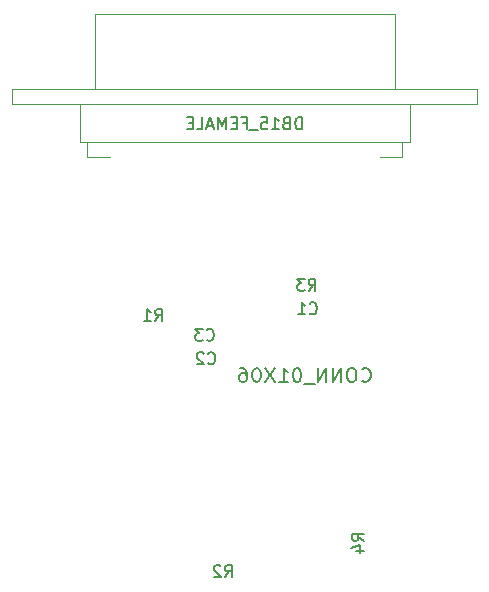
<source format=gbr>
G04 #@! TF.GenerationSoftware,KiCad,Pcbnew,no-vcs-found-bf44d39~61~ubuntu16.04.1*
G04 #@! TF.CreationDate,2018-01-04T16:51:09+01:00*
G04 #@! TF.ProjectId,arcade_adapter,6172636164655F616461707465722E6B,rev?*
G04 #@! TF.SameCoordinates,Original*
G04 #@! TF.FileFunction,Other,Fab,Bot*
%FSLAX46Y46*%
G04 Gerber Fmt 4.6, Leading zero omitted, Abs format (unit mm)*
G04 Created by KiCad (PCBNEW no-vcs-found-bf44d39~61~ubuntu16.04.1) date Thu Jan  4 16:51:09 2018*
%MOMM*%
%LPD*%
G01*
G04 APERTURE LIST*
%ADD10C,0.100000*%
%ADD11C,0.150000*%
G04 APERTURE END LIST*
D10*
X114190000Y-49040000D02*
X114190000Y-42680000D01*
X114190000Y-42680000D02*
X88790000Y-42680000D01*
X88790000Y-42680000D02*
X88790000Y-49040000D01*
X115460000Y-50310000D02*
X121180000Y-50310000D01*
X121180000Y-50310000D02*
X121180000Y-49040000D01*
X121180000Y-49040000D02*
X81810000Y-49040000D01*
X81810000Y-49040000D02*
X81810000Y-50310000D01*
X81810000Y-50310000D02*
X87520000Y-50310000D01*
X114830000Y-53480000D02*
X115460000Y-53480000D01*
X115460000Y-53480000D02*
X115460000Y-50310000D01*
X115460000Y-50310000D02*
X87520000Y-50310000D01*
X87520000Y-50310000D02*
X87520000Y-53480000D01*
X87520000Y-53480000D02*
X88160000Y-53480000D01*
X112920000Y-54750000D02*
X114830000Y-54750000D01*
X114830000Y-54750000D02*
X114830000Y-53480000D01*
X114830000Y-53480000D02*
X88160000Y-53480000D01*
X88160000Y-53480000D02*
X88160000Y-54750000D01*
X88160000Y-54750000D02*
X90060000Y-54750000D01*
D11*
X98261466Y-70214762D02*
X98309085Y-70262381D01*
X98451942Y-70310000D01*
X98547180Y-70310000D01*
X98690038Y-70262381D01*
X98785276Y-70167143D01*
X98832895Y-70071905D01*
X98880514Y-69881429D01*
X98880514Y-69738572D01*
X98832895Y-69548096D01*
X98785276Y-69452858D01*
X98690038Y-69357620D01*
X98547180Y-69310000D01*
X98451942Y-69310000D01*
X98309085Y-69357620D01*
X98261466Y-69405239D01*
X97928133Y-69310000D02*
X97309085Y-69310000D01*
X97642419Y-69690953D01*
X97499561Y-69690953D01*
X97404323Y-69738572D01*
X97356704Y-69786191D01*
X97309085Y-69881429D01*
X97309085Y-70119524D01*
X97356704Y-70214762D01*
X97404323Y-70262381D01*
X97499561Y-70310000D01*
X97785276Y-70310000D01*
X97880514Y-70262381D01*
X97928133Y-70214762D01*
X98388466Y-72213742D02*
X98436085Y-72261361D01*
X98578942Y-72308980D01*
X98674180Y-72308980D01*
X98817038Y-72261361D01*
X98912276Y-72166123D01*
X98959895Y-72070885D01*
X99007514Y-71880409D01*
X99007514Y-71737552D01*
X98959895Y-71547076D01*
X98912276Y-71451838D01*
X98817038Y-71356600D01*
X98674180Y-71308980D01*
X98578942Y-71308980D01*
X98436085Y-71356600D01*
X98388466Y-71404219D01*
X98007514Y-71404219D02*
X97959895Y-71356600D01*
X97864657Y-71308980D01*
X97626561Y-71308980D01*
X97531323Y-71356600D01*
X97483704Y-71404219D01*
X97436085Y-71499457D01*
X97436085Y-71594695D01*
X97483704Y-71737552D01*
X98055133Y-72308980D01*
X97436085Y-72308980D01*
X106987466Y-67977142D02*
X107035085Y-68024761D01*
X107177942Y-68072380D01*
X107273180Y-68072380D01*
X107416038Y-68024761D01*
X107511276Y-67929523D01*
X107558895Y-67834285D01*
X107606514Y-67643809D01*
X107606514Y-67500952D01*
X107558895Y-67310476D01*
X107511276Y-67215238D01*
X107416038Y-67120000D01*
X107273180Y-67072380D01*
X107177942Y-67072380D01*
X107035085Y-67120000D01*
X106987466Y-67167619D01*
X106035085Y-68072380D02*
X106606514Y-68072380D01*
X106320800Y-68072380D02*
X106320800Y-67072380D01*
X106416038Y-67215238D01*
X106511276Y-67310476D01*
X106606514Y-67358095D01*
X111577380Y-87260133D02*
X111101190Y-86926800D01*
X111577380Y-86688704D02*
X110577380Y-86688704D01*
X110577380Y-87069657D01*
X110625000Y-87164895D01*
X110672619Y-87212514D01*
X110767857Y-87260133D01*
X110910714Y-87260133D01*
X111005952Y-87212514D01*
X111053571Y-87164895D01*
X111101190Y-87069657D01*
X111101190Y-86688704D01*
X110910714Y-88117276D02*
X111577380Y-88117276D01*
X110529761Y-87879180D02*
X111244047Y-87641085D01*
X111244047Y-88260133D01*
X106911266Y-66076980D02*
X107244600Y-65600790D01*
X107482695Y-66076980D02*
X107482695Y-65076980D01*
X107101742Y-65076980D01*
X107006504Y-65124600D01*
X106958885Y-65172219D01*
X106911266Y-65267457D01*
X106911266Y-65410314D01*
X106958885Y-65505552D01*
X107006504Y-65553171D01*
X107101742Y-65600790D01*
X107482695Y-65600790D01*
X106577933Y-65076980D02*
X105958885Y-65076980D01*
X106292219Y-65457933D01*
X106149361Y-65457933D01*
X106054123Y-65505552D01*
X106006504Y-65553171D01*
X105958885Y-65648409D01*
X105958885Y-65886504D01*
X106006504Y-65981742D01*
X106054123Y-66029361D01*
X106149361Y-66076980D01*
X106435076Y-66076980D01*
X106530314Y-66029361D01*
X106577933Y-65981742D01*
X99810866Y-90317580D02*
X100144200Y-89841390D01*
X100382295Y-90317580D02*
X100382295Y-89317580D01*
X100001342Y-89317580D01*
X99906104Y-89365200D01*
X99858485Y-89412819D01*
X99810866Y-89508057D01*
X99810866Y-89650914D01*
X99858485Y-89746152D01*
X99906104Y-89793771D01*
X100001342Y-89841390D01*
X100382295Y-89841390D01*
X99429914Y-89412819D02*
X99382295Y-89365200D01*
X99287057Y-89317580D01*
X99048961Y-89317580D01*
X98953723Y-89365200D01*
X98906104Y-89412819D01*
X98858485Y-89508057D01*
X98858485Y-89603295D01*
X98906104Y-89746152D01*
X99477533Y-90317580D01*
X98858485Y-90317580D01*
X93923146Y-68625980D02*
X94256480Y-68149790D01*
X94494575Y-68625980D02*
X94494575Y-67625980D01*
X94113622Y-67625980D01*
X94018384Y-67673600D01*
X93970765Y-67721219D01*
X93923146Y-67816457D01*
X93923146Y-67959314D01*
X93970765Y-68054552D01*
X94018384Y-68102171D01*
X94113622Y-68149790D01*
X94494575Y-68149790D01*
X92970765Y-68625980D02*
X93542194Y-68625980D01*
X93256480Y-68625980D02*
X93256480Y-67625980D01*
X93351718Y-67768838D01*
X93446956Y-67864076D01*
X93542194Y-67911695D01*
X106323333Y-52412380D02*
X106323333Y-51412380D01*
X106085238Y-51412380D01*
X105942380Y-51460000D01*
X105847142Y-51555238D01*
X105799523Y-51650476D01*
X105751904Y-51840952D01*
X105751904Y-51983809D01*
X105799523Y-52174285D01*
X105847142Y-52269523D01*
X105942380Y-52364761D01*
X106085238Y-52412380D01*
X106323333Y-52412380D01*
X104990000Y-51888571D02*
X104847142Y-51936190D01*
X104799523Y-51983809D01*
X104751904Y-52079047D01*
X104751904Y-52221904D01*
X104799523Y-52317142D01*
X104847142Y-52364761D01*
X104942380Y-52412380D01*
X105323333Y-52412380D01*
X105323333Y-51412380D01*
X104990000Y-51412380D01*
X104894761Y-51460000D01*
X104847142Y-51507619D01*
X104799523Y-51602857D01*
X104799523Y-51698095D01*
X104847142Y-51793333D01*
X104894761Y-51840952D01*
X104990000Y-51888571D01*
X105323333Y-51888571D01*
X103799523Y-52412380D02*
X104370952Y-52412380D01*
X104085238Y-52412380D02*
X104085238Y-51412380D01*
X104180476Y-51555238D01*
X104275714Y-51650476D01*
X104370952Y-51698095D01*
X102894761Y-51412380D02*
X103370952Y-51412380D01*
X103418571Y-51888571D01*
X103370952Y-51840952D01*
X103275714Y-51793333D01*
X103037619Y-51793333D01*
X102942380Y-51840952D01*
X102894761Y-51888571D01*
X102847142Y-51983809D01*
X102847142Y-52221904D01*
X102894761Y-52317142D01*
X102942380Y-52364761D01*
X103037619Y-52412380D01*
X103275714Y-52412380D01*
X103370952Y-52364761D01*
X103418571Y-52317142D01*
X102656666Y-52507619D02*
X101894761Y-52507619D01*
X101323333Y-51888571D02*
X101656666Y-51888571D01*
X101656666Y-52412380D02*
X101656666Y-51412380D01*
X101180476Y-51412380D01*
X100799523Y-51888571D02*
X100466190Y-51888571D01*
X100323333Y-52412380D02*
X100799523Y-52412380D01*
X100799523Y-51412380D01*
X100323333Y-51412380D01*
X99894761Y-52412380D02*
X99894761Y-51412380D01*
X99561428Y-52126666D01*
X99228095Y-51412380D01*
X99228095Y-52412380D01*
X98799523Y-52126666D02*
X98323333Y-52126666D01*
X98894761Y-52412380D02*
X98561428Y-51412380D01*
X98228095Y-52412380D01*
X97418571Y-52412380D02*
X97894761Y-52412380D01*
X97894761Y-51412380D01*
X97085238Y-51888571D02*
X96751904Y-51888571D01*
X96609047Y-52412380D02*
X97085238Y-52412380D01*
X97085238Y-51412380D01*
X96609047Y-51412380D01*
X111406971Y-73707571D02*
X111464114Y-73764714D01*
X111635542Y-73821857D01*
X111749828Y-73821857D01*
X111921257Y-73764714D01*
X112035542Y-73650428D01*
X112092685Y-73536142D01*
X112149828Y-73307571D01*
X112149828Y-73136142D01*
X112092685Y-72907571D01*
X112035542Y-72793285D01*
X111921257Y-72679000D01*
X111749828Y-72621857D01*
X111635542Y-72621857D01*
X111464114Y-72679000D01*
X111406971Y-72736142D01*
X110664114Y-72621857D02*
X110435542Y-72621857D01*
X110321257Y-72679000D01*
X110206971Y-72793285D01*
X110149828Y-73021857D01*
X110149828Y-73421857D01*
X110206971Y-73650428D01*
X110321257Y-73764714D01*
X110435542Y-73821857D01*
X110664114Y-73821857D01*
X110778400Y-73764714D01*
X110892685Y-73650428D01*
X110949828Y-73421857D01*
X110949828Y-73021857D01*
X110892685Y-72793285D01*
X110778400Y-72679000D01*
X110664114Y-72621857D01*
X109635542Y-73821857D02*
X109635542Y-72621857D01*
X108949828Y-73821857D01*
X108949828Y-72621857D01*
X108378400Y-73821857D02*
X108378400Y-72621857D01*
X107692685Y-73821857D01*
X107692685Y-72621857D01*
X107406971Y-73936142D02*
X106492685Y-73936142D01*
X105978400Y-72621857D02*
X105864114Y-72621857D01*
X105749828Y-72679000D01*
X105692685Y-72736142D01*
X105635542Y-72850428D01*
X105578400Y-73079000D01*
X105578400Y-73364714D01*
X105635542Y-73593285D01*
X105692685Y-73707571D01*
X105749828Y-73764714D01*
X105864114Y-73821857D01*
X105978400Y-73821857D01*
X106092685Y-73764714D01*
X106149828Y-73707571D01*
X106206971Y-73593285D01*
X106264114Y-73364714D01*
X106264114Y-73079000D01*
X106206971Y-72850428D01*
X106149828Y-72736142D01*
X106092685Y-72679000D01*
X105978400Y-72621857D01*
X104435542Y-73821857D02*
X105121257Y-73821857D01*
X104778400Y-73821857D02*
X104778400Y-72621857D01*
X104892685Y-72793285D01*
X105006971Y-72907571D01*
X105121257Y-72964714D01*
X104035542Y-72621857D02*
X103235542Y-73821857D01*
X103235542Y-72621857D02*
X104035542Y-73821857D01*
X102549828Y-72621857D02*
X102435542Y-72621857D01*
X102321257Y-72679000D01*
X102264114Y-72736142D01*
X102206971Y-72850428D01*
X102149828Y-73079000D01*
X102149828Y-73364714D01*
X102206971Y-73593285D01*
X102264114Y-73707571D01*
X102321257Y-73764714D01*
X102435542Y-73821857D01*
X102549828Y-73821857D01*
X102664114Y-73764714D01*
X102721257Y-73707571D01*
X102778400Y-73593285D01*
X102835542Y-73364714D01*
X102835542Y-73079000D01*
X102778400Y-72850428D01*
X102721257Y-72736142D01*
X102664114Y-72679000D01*
X102549828Y-72621857D01*
X101121257Y-72621857D02*
X101349828Y-72621857D01*
X101464114Y-72679000D01*
X101521257Y-72736142D01*
X101635542Y-72907571D01*
X101692685Y-73136142D01*
X101692685Y-73593285D01*
X101635542Y-73707571D01*
X101578400Y-73764714D01*
X101464114Y-73821857D01*
X101235542Y-73821857D01*
X101121257Y-73764714D01*
X101064114Y-73707571D01*
X101006971Y-73593285D01*
X101006971Y-73307571D01*
X101064114Y-73193285D01*
X101121257Y-73136142D01*
X101235542Y-73079000D01*
X101464114Y-73079000D01*
X101578400Y-73136142D01*
X101635542Y-73193285D01*
X101692685Y-73307571D01*
M02*

</source>
